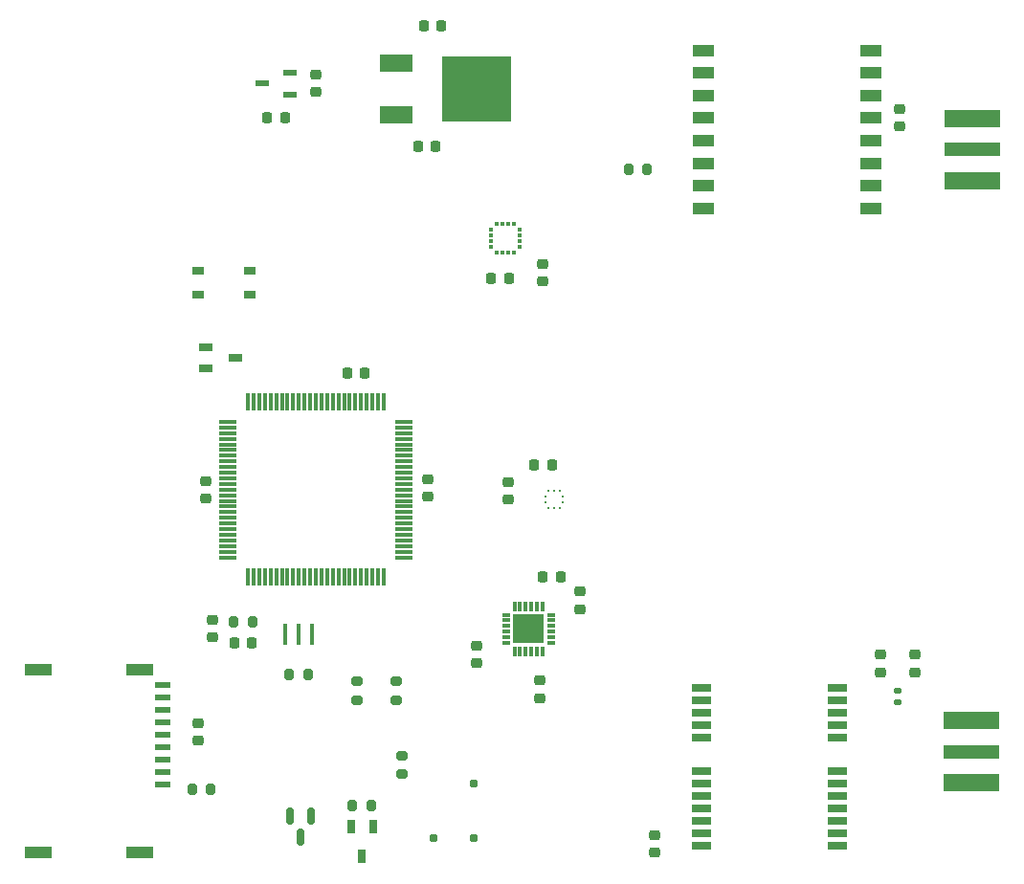
<source format=gtp>
%TF.GenerationSoftware,KiCad,Pcbnew,6.0.9-8da3e8f707~116~ubuntu22.04.1*%
%TF.CreationDate,2023-09-17T15:53:30-04:00*%
%TF.ProjectId,Recovery_DoubleStage,5265636f-7665-4727-995f-446f75626c65,rev?*%
%TF.SameCoordinates,Original*%
%TF.FileFunction,Paste,Top*%
%TF.FilePolarity,Positive*%
%FSLAX46Y46*%
G04 Gerber Fmt 4.6, Leading zero omitted, Abs format (unit mm)*
G04 Created by KiCad (PCBNEW 6.0.9-8da3e8f707~116~ubuntu22.04.1) date 2023-09-17 15:53:30*
%MOMM*%
%LPD*%
G01*
G04 APERTURE LIST*
G04 Aperture macros list*
%AMRoundRect*
0 Rectangle with rounded corners*
0 $1 Rounding radius*
0 $2 $3 $4 $5 $6 $7 $8 $9 X,Y pos of 4 corners*
0 Add a 4 corners polygon primitive as box body*
4,1,4,$2,$3,$4,$5,$6,$7,$8,$9,$2,$3,0*
0 Add four circle primitives for the rounded corners*
1,1,$1+$1,$2,$3*
1,1,$1+$1,$4,$5*
1,1,$1+$1,$6,$7*
1,1,$1+$1,$8,$9*
0 Add four rect primitives between the rounded corners*
20,1,$1+$1,$2,$3,$4,$5,0*
20,1,$1+$1,$4,$5,$6,$7,0*
20,1,$1+$1,$6,$7,$8,$9,0*
20,1,$1+$1,$8,$9,$2,$3,0*%
G04 Aperture macros list end*
%ADD10RoundRect,0.225000X-0.250000X0.225000X-0.250000X-0.225000X0.250000X-0.225000X0.250000X0.225000X0*%
%ADD11R,1.500000X0.300000*%
%ADD12R,0.300000X1.500000*%
%ADD13R,1.220000X0.650000*%
%ADD14R,0.275000X0.250000*%
%ADD15R,0.250000X0.275000*%
%ADD16R,0.300000X0.450000*%
%ADD17R,0.450000X0.300000*%
%ADD18RoundRect,0.225000X0.225000X0.250000X-0.225000X0.250000X-0.225000X-0.250000X0.225000X-0.250000X0*%
%ADD19R,0.800000X0.350000*%
%ADD20R,0.350000X0.850000*%
%ADD21R,2.700000X2.600000*%
%ADD22RoundRect,0.200000X-0.200000X-0.275000X0.200000X-0.275000X0.200000X0.275000X-0.200000X0.275000X0*%
%ADD23RoundRect,0.147500X-0.172500X0.147500X-0.172500X-0.147500X0.172500X-0.147500X0.172500X0.147500X0*%
%ADD24R,3.000000X1.600000*%
%ADD25R,6.200000X5.800000*%
%ADD26RoundRect,0.225000X-0.225000X-0.250000X0.225000X-0.250000X0.225000X0.250000X-0.225000X0.250000X0*%
%ADD27RoundRect,0.200000X0.275000X-0.200000X0.275000X0.200000X-0.275000X0.200000X-0.275000X-0.200000X0*%
%ADD28RoundRect,0.200000X-0.275000X0.200000X-0.275000X-0.200000X0.275000X-0.200000X0.275000X0.200000X0*%
%ADD29RoundRect,0.200000X0.200000X0.275000X-0.200000X0.275000X-0.200000X-0.275000X0.200000X-0.275000X0*%
%ADD30R,0.650000X1.220000*%
%ADD31R,5.000000X1.200000*%
%ADD32R,5.000000X1.600000*%
%ADD33R,2.400000X1.100000*%
%ADD34R,1.400000X0.620000*%
%ADD35RoundRect,0.175000X0.175000X-0.175000X0.175000X0.175000X-0.175000X0.175000X-0.175000X-0.175000X0*%
%ADD36R,1.800000X0.800000*%
%ADD37RoundRect,0.225000X0.250000X-0.225000X0.250000X0.225000X-0.250000X0.225000X-0.250000X-0.225000X0*%
%ADD38R,1.950000X1.050000*%
%ADD39R,1.000000X0.700000*%
%ADD40R,0.400000X1.900000*%
%ADD41R,1.200000X0.600000*%
%ADD42RoundRect,0.150000X-0.150000X0.587500X-0.150000X-0.587500X0.150000X-0.587500X0.150000X0.587500X0*%
G04 APERTURE END LIST*
D10*
%TO.C,C15*%
X95605600Y-70358000D03*
X95605600Y-71908000D03*
%TD*%
D11*
%TO.C,IC1*%
X34890000Y-49750000D03*
X34890000Y-50250000D03*
X34890000Y-50750000D03*
X34890000Y-51250000D03*
X34890000Y-51750000D03*
X34890000Y-52250000D03*
X34890000Y-52750000D03*
X34890000Y-53250000D03*
X34890000Y-53750000D03*
X34890000Y-54250000D03*
X34890000Y-54750000D03*
X34890000Y-55250000D03*
X34890000Y-55750000D03*
X34890000Y-56250000D03*
X34890000Y-56750000D03*
X34890000Y-57250000D03*
X34890000Y-57750000D03*
X34890000Y-58250000D03*
X34890000Y-58750000D03*
X34890000Y-59250000D03*
X34890000Y-59750000D03*
X34890000Y-60250000D03*
X34890000Y-60750000D03*
X34890000Y-61250000D03*
X34890000Y-61750000D03*
D12*
X36640000Y-63500000D03*
X37140000Y-63500000D03*
X37640000Y-63500000D03*
X38140000Y-63500000D03*
X38640000Y-63500000D03*
X39140000Y-63500000D03*
X39640000Y-63500000D03*
X40140000Y-63500000D03*
X40640000Y-63500000D03*
X41140000Y-63500000D03*
X41640000Y-63500000D03*
X42140000Y-63500000D03*
X42640000Y-63500000D03*
X43140000Y-63500000D03*
X43640000Y-63500000D03*
X44140000Y-63500000D03*
X44640000Y-63500000D03*
X45140000Y-63500000D03*
X45640000Y-63500000D03*
X46140000Y-63500000D03*
X46640000Y-63500000D03*
X47140000Y-63500000D03*
X47640000Y-63500000D03*
X48140000Y-63500000D03*
X48640000Y-63500000D03*
D11*
X50390000Y-61750000D03*
X50390000Y-61250000D03*
X50390000Y-60750000D03*
X50390000Y-60250000D03*
X50390000Y-59750000D03*
X50390000Y-59250000D03*
X50390000Y-58750000D03*
X50390000Y-58250000D03*
X50390000Y-57750000D03*
X50390000Y-57250000D03*
X50390000Y-56750000D03*
X50390000Y-56250000D03*
X50390000Y-55750000D03*
X50390000Y-55250000D03*
X50390000Y-54750000D03*
X50390000Y-54250000D03*
X50390000Y-53750000D03*
X50390000Y-53250000D03*
X50390000Y-52750000D03*
X50390000Y-52250000D03*
X50390000Y-51750000D03*
X50390000Y-51250000D03*
X50390000Y-50750000D03*
X50390000Y-50250000D03*
X50390000Y-49750000D03*
D12*
X48640000Y-48000000D03*
X48140000Y-48000000D03*
X47640000Y-48000000D03*
X47140000Y-48000000D03*
X46640000Y-48000000D03*
X46140000Y-48000000D03*
X45640000Y-48000000D03*
X45140000Y-48000000D03*
X44640000Y-48000000D03*
X44140000Y-48000000D03*
X43640000Y-48000000D03*
X43140000Y-48000000D03*
X42640000Y-48000000D03*
X42140000Y-48000000D03*
X41640000Y-48000000D03*
X41140000Y-48000000D03*
X40640000Y-48000000D03*
X40140000Y-48000000D03*
X39640000Y-48000000D03*
X39140000Y-48000000D03*
X38640000Y-48000000D03*
X38140000Y-48000000D03*
X37640000Y-48000000D03*
X37140000Y-48000000D03*
X36640000Y-48000000D03*
%TD*%
D13*
%TO.C,D1*%
X32908000Y-43116000D03*
X32908000Y-45016000D03*
X35528000Y-44066000D03*
%TD*%
D14*
%TO.C,IC5*%
X62992500Y-56396000D03*
X62992500Y-56896000D03*
D15*
X63255500Y-57408000D03*
X63755500Y-57408000D03*
X64255500Y-57408000D03*
D14*
X64518500Y-56896000D03*
X64518500Y-56396000D03*
D15*
X64255500Y-55884000D03*
X63755500Y-55884000D03*
X63255500Y-55884000D03*
%TD*%
D16*
%TO.C,IC3*%
X60186000Y-32253000D03*
X59686000Y-32253000D03*
X59186000Y-32253000D03*
X58686000Y-32253000D03*
D17*
X58161000Y-32778000D03*
X58161000Y-33278000D03*
X58161000Y-33778000D03*
X58161000Y-34278000D03*
D16*
X58686000Y-34803000D03*
X59186000Y-34803000D03*
X59686000Y-34803000D03*
X60186000Y-34803000D03*
D17*
X60711000Y-34278000D03*
X60711000Y-33778000D03*
X60711000Y-33278000D03*
X60711000Y-32778000D03*
%TD*%
D18*
%TO.C,C21*%
X59703000Y-37084000D03*
X58153000Y-37084000D03*
%TD*%
D19*
%TO.C,IC6*%
X59468000Y-66822000D03*
X59468000Y-67322000D03*
X59468000Y-67822000D03*
X59468000Y-68322000D03*
X59468000Y-68822000D03*
X59468000Y-69322000D03*
D20*
X60218000Y-70047000D03*
X60718000Y-70047000D03*
X61218000Y-70047000D03*
X61718000Y-70047000D03*
X62218000Y-70047000D03*
X62718000Y-70047000D03*
D19*
X63468000Y-69322000D03*
X63468000Y-68822000D03*
X63468000Y-68322000D03*
X63468000Y-67822000D03*
X63468000Y-67322000D03*
X63468000Y-66822000D03*
D20*
X62718000Y-66097000D03*
X62218000Y-66097000D03*
X61718000Y-66097000D03*
X61218000Y-66097000D03*
X60718000Y-66097000D03*
X60218000Y-66097000D03*
D21*
X61468000Y-68072000D03*
%TD*%
D10*
%TO.C,C22*%
X62747000Y-35801000D03*
X62747000Y-37351000D03*
%TD*%
D22*
%TO.C,R2*%
X35402000Y-67434000D03*
X37052000Y-67434000D03*
%TD*%
D23*
%TO.C,L1*%
X94081600Y-73553600D03*
X94081600Y-74523600D03*
%TD*%
D10*
%TO.C,C3*%
X33528000Y-67297000D03*
X33528000Y-68847000D03*
%TD*%
D24*
%TO.C,U1*%
X49716000Y-18035000D03*
D25*
X56896000Y-20320000D03*
D24*
X49716000Y-22605000D03*
%TD*%
D26*
%TO.C,C10*%
X61964500Y-53598000D03*
X63514500Y-53598000D03*
%TD*%
D10*
%TO.C,C5*%
X32870000Y-54985000D03*
X32870000Y-56535000D03*
%TD*%
%TO.C,C7*%
X66028000Y-64785000D03*
X66028000Y-66335000D03*
%TD*%
D22*
%TO.C,R7*%
X45898000Y-83670000D03*
X47548000Y-83670000D03*
%TD*%
%TO.C,R1*%
X40300000Y-72130000D03*
X41950000Y-72130000D03*
%TD*%
D27*
%TO.C,R3*%
X46323000Y-74355000D03*
X46323000Y-72705000D03*
%TD*%
D18*
%TO.C,C1*%
X37002000Y-69339000D03*
X35452000Y-69339000D03*
%TD*%
D28*
%TO.C,R6*%
X50279000Y-79302000D03*
X50279000Y-80952000D03*
%TD*%
D29*
%TO.C,R8*%
X71945000Y-27432000D03*
X70295000Y-27432000D03*
%TD*%
D10*
%TO.C,C14*%
X92557600Y-70358000D03*
X92557600Y-71908000D03*
%TD*%
D30*
%TO.C,D2*%
X47686000Y-85558000D03*
X45786000Y-85558000D03*
X46736000Y-88178000D03*
%TD*%
D10*
%TO.C,C12*%
X94262726Y-22085000D03*
X94262726Y-23635000D03*
%TD*%
D18*
%TO.C,C4*%
X46980000Y-45460000D03*
X45430000Y-45460000D03*
%TD*%
D31*
%TO.C,J3*%
X100657000Y-78943200D03*
D32*
X100657000Y-76173200D03*
X100657000Y-81713200D03*
%TD*%
D33*
%TO.C,J5*%
X27061000Y-71681000D03*
X18061000Y-71681000D03*
X18061000Y-87831000D03*
X27061000Y-87831000D03*
D34*
X29061000Y-81861000D03*
X29061000Y-80761000D03*
X29061000Y-79661000D03*
X29061000Y-78561000D03*
X29061000Y-77461000D03*
X29061000Y-76361000D03*
X29061000Y-75261000D03*
X29061000Y-74161000D03*
X29061000Y-73061000D03*
%TD*%
D18*
%TO.C,C6*%
X64275000Y-63500000D03*
X62725000Y-63500000D03*
%TD*%
D35*
%TO.C,BZ1*%
X53086000Y-86563200D03*
X56642000Y-86563200D03*
X56642000Y-81737200D03*
%TD*%
D18*
%TO.C,C18*%
X53217000Y-25400000D03*
X51667000Y-25400000D03*
%TD*%
D36*
%TO.C,IC4*%
X88804000Y-87264000D03*
X88804000Y-86164000D03*
X88804000Y-85064000D03*
X88804000Y-83964000D03*
X88804000Y-82864000D03*
X88804000Y-81764000D03*
X88804000Y-80664000D03*
X88804000Y-77664000D03*
X88804000Y-76564000D03*
X88804000Y-75464000D03*
X88804000Y-74364000D03*
X88804000Y-73264000D03*
X76804000Y-73264000D03*
X76804000Y-74364000D03*
X76804000Y-75464000D03*
X76804000Y-76564000D03*
X76804000Y-77664000D03*
X76804000Y-80664000D03*
X76804000Y-81764000D03*
X76804000Y-82864000D03*
X76804000Y-83964000D03*
X76804000Y-85064000D03*
X76804000Y-86164000D03*
X76804000Y-87264000D03*
%TD*%
D37*
%TO.C,C16*%
X32253000Y-77991000D03*
X32253000Y-76441000D03*
%TD*%
D31*
%TO.C,J4*%
X100690000Y-25654000D03*
D32*
X100690000Y-22884000D03*
X100690000Y-28424000D03*
%TD*%
D37*
%TO.C,C20*%
X42672000Y-20587000D03*
X42672000Y-19037000D03*
%TD*%
D10*
%TO.C,C8*%
X62484000Y-72644000D03*
X62484000Y-74194000D03*
%TD*%
D37*
%TO.C,C2*%
X52555000Y-56395000D03*
X52555000Y-54845000D03*
%TD*%
D27*
%TO.C,R4*%
X49752000Y-74355000D03*
X49752000Y-72705000D03*
%TD*%
D38*
%TO.C,U2*%
X76928000Y-16876000D03*
X76928000Y-18876000D03*
X76928000Y-20876000D03*
X76928000Y-22876000D03*
X76928000Y-24876000D03*
X76928000Y-26876000D03*
X76928000Y-28876000D03*
X76928000Y-30876000D03*
X91728000Y-30876000D03*
X91728000Y-28876000D03*
X91728000Y-26876000D03*
X91728000Y-24876000D03*
X91728000Y-22876000D03*
X91728000Y-20876000D03*
X91728000Y-18876000D03*
X91728000Y-16876000D03*
%TD*%
D22*
%TO.C,R9*%
X31687000Y-82296000D03*
X33337000Y-82296000D03*
%TD*%
D26*
%TO.C,C19*%
X38341000Y-22860000D03*
X39891000Y-22860000D03*
%TD*%
D39*
%TO.C,SW1*%
X36762000Y-38537000D03*
X32262000Y-38537000D03*
X36762000Y-36387000D03*
X32262000Y-36387000D03*
%TD*%
D10*
%TO.C,C13*%
X72644000Y-86334000D03*
X72644000Y-87884000D03*
%TD*%
D40*
%TO.C,Y1*%
X39925000Y-68530000D03*
X41125000Y-68530000D03*
X42325000Y-68530000D03*
%TD*%
D41*
%TO.C,IC2*%
X40366000Y-20762000D03*
X40366000Y-18862000D03*
X37866000Y-19812000D03*
%TD*%
D10*
%TO.C,C11*%
X59691500Y-55096000D03*
X59691500Y-56646000D03*
%TD*%
D42*
%TO.C,Q1*%
X42250400Y-84609700D03*
X40350400Y-84609700D03*
X41300400Y-86484700D03*
%TD*%
D37*
%TO.C,C9*%
X56896000Y-71120000D03*
X56896000Y-69570000D03*
%TD*%
D26*
%TO.C,C17*%
X52175000Y-14732000D03*
X53725000Y-14732000D03*
%TD*%
M02*

</source>
